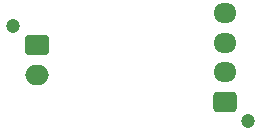
<source format=gbs>
%TF.GenerationSoftware,KiCad,Pcbnew,9.0.5*%
%TF.CreationDate,2025-11-13T19:52:16-05:00*%
%TF.ProjectId,TC_kent,54435f6b-656e-4742-9e6b-696361645f70,rev?*%
%TF.SameCoordinates,Original*%
%TF.FileFunction,Soldermask,Bot*%
%TF.FilePolarity,Negative*%
%FSLAX46Y46*%
G04 Gerber Fmt 4.6, Leading zero omitted, Abs format (unit mm)*
G04 Created by KiCad (PCBNEW 9.0.5) date 2025-11-13 19:52:16*
%MOMM*%
%LPD*%
G01*
G04 APERTURE LIST*
G04 Aperture macros list*
%AMRoundRect*
0 Rectangle with rounded corners*
0 $1 Rounding radius*
0 $2 $3 $4 $5 $6 $7 $8 $9 X,Y pos of 4 corners*
0 Add a 4 corners polygon primitive as box body*
4,1,4,$2,$3,$4,$5,$6,$7,$8,$9,$2,$3,0*
0 Add four circle primitives for the rounded corners*
1,1,$1+$1,$2,$3*
1,1,$1+$1,$4,$5*
1,1,$1+$1,$6,$7*
1,1,$1+$1,$8,$9*
0 Add four rect primitives between the rounded corners*
20,1,$1+$1,$2,$3,$4,$5,0*
20,1,$1+$1,$4,$5,$6,$7,0*
20,1,$1+$1,$6,$7,$8,$9,0*
20,1,$1+$1,$8,$9,$2,$3,0*%
G04 Aperture macros list end*
%ADD10C,1.200000*%
%ADD11RoundRect,0.250000X0.725000X-0.600000X0.725000X0.600000X-0.725000X0.600000X-0.725000X-0.600000X0*%
%ADD12O,1.950000X1.700000*%
%ADD13RoundRect,0.250000X-0.750000X0.600000X-0.750000X-0.600000X0.750000X-0.600000X0.750000X0.600000X0*%
%ADD14O,2.000000X1.700000*%
G04 APERTURE END LIST*
D10*
%TO.C,J1*%
X145000000Y-90200000D03*
D11*
X143000000Y-88600000D03*
D12*
X143000000Y-86100000D03*
X143000000Y-83600000D03*
X143000000Y-81100000D03*
%TD*%
D10*
%TO.C,J2*%
X125100000Y-82200000D03*
D13*
X127100000Y-83800000D03*
D14*
X127100000Y-86300000D03*
%TD*%
M02*

</source>
